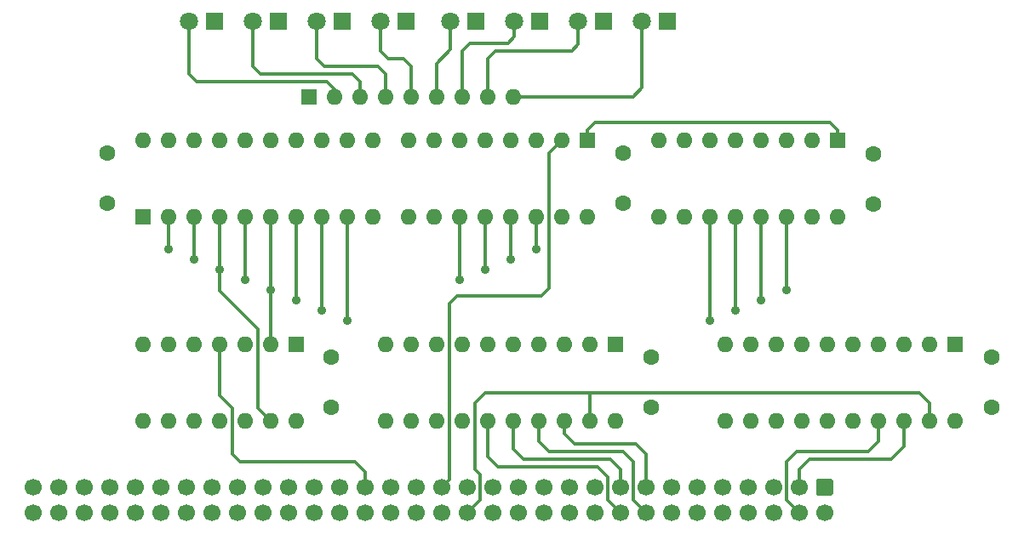
<source format=gbl>
%TF.GenerationSoftware,KiCad,Pcbnew,5.1.6-c6e7f7d~87~ubuntu18.04.1*%
%TF.CreationDate,2020-08-05T19:50:32+12:00*%
%TF.ProjectId,M1 Program Counter,4d312050-726f-4677-9261-6d20436f756e,rev?*%
%TF.SameCoordinates,Original*%
%TF.FileFunction,Copper,L4,Bot*%
%TF.FilePolarity,Positive*%
%FSLAX46Y46*%
G04 Gerber Fmt 4.6, Leading zero omitted, Abs format (unit mm)*
G04 Created by KiCad (PCBNEW 5.1.6-c6e7f7d~87~ubuntu18.04.1) date 2020-08-05 19:50:32*
%MOMM*%
%LPD*%
G01*
G04 APERTURE LIST*
%TA.AperFunction,ComponentPad*%
%ADD10R,1.600000X1.600000*%
%TD*%
%TA.AperFunction,ComponentPad*%
%ADD11O,1.600000X1.600000*%
%TD*%
%TA.AperFunction,ComponentPad*%
%ADD12C,1.800000*%
%TD*%
%TA.AperFunction,ComponentPad*%
%ADD13R,1.800000X1.800000*%
%TD*%
%TA.AperFunction,ComponentPad*%
%ADD14C,1.600000*%
%TD*%
%TA.AperFunction,ComponentPad*%
%ADD15C,1.700000*%
%TD*%
%TA.AperFunction,ViaPad*%
%ADD16C,0.889000*%
%TD*%
%TA.AperFunction,Conductor*%
%ADD17C,0.330200*%
%TD*%
G04 APERTURE END LIST*
D10*
%TO.P,RN1,1*%
%TO.N,GND*%
X140589000Y-96647000D03*
D11*
%TO.P,RN1,2*%
%TO.N,Net-(D1-Pad8)*%
X143129000Y-96647000D03*
%TO.P,RN1,3*%
%TO.N,Net-(D1-Pad6)*%
X145669000Y-96647000D03*
%TO.P,RN1,4*%
%TO.N,Net-(D1-Pad4)*%
X148209000Y-96647000D03*
%TO.P,RN1,5*%
%TO.N,Net-(D1-Pad2)*%
X150749000Y-96647000D03*
%TO.P,RN1,6*%
%TO.N,Net-(D2-Pad8)*%
X153289000Y-96647000D03*
%TO.P,RN1,7*%
%TO.N,Net-(D2-Pad6)*%
X155829000Y-96647000D03*
%TO.P,RN1,8*%
%TO.N,Net-(D2-Pad4)*%
X158369000Y-96647000D03*
%TO.P,RN1,9*%
%TO.N,Net-(D2-Pad2)*%
X160909000Y-96647000D03*
%TD*%
D12*
%TO.P,D2,8*%
%TO.N,Net-(D2-Pad8)*%
X154686000Y-89154000D03*
D13*
%TO.P,D2,7*%
%TO.N,Net-(D2-Pad7)*%
X157226000Y-89154000D03*
D12*
%TO.P,D2,2*%
%TO.N,Net-(D2-Pad2)*%
X173736000Y-89154000D03*
D13*
%TO.P,D2,1*%
%TO.N,Net-(D2-Pad1)*%
X176276000Y-89154000D03*
D12*
%TO.P,D2,6*%
%TO.N,Net-(D2-Pad6)*%
X161036000Y-89154000D03*
D13*
%TO.P,D2,5*%
%TO.N,Net-(D2-Pad5)*%
X163576000Y-89154000D03*
%TO.P,D2,3*%
%TO.N,Net-(D2-Pad3)*%
X169926000Y-89154000D03*
D12*
%TO.P,D2,4*%
%TO.N,Net-(D2-Pad4)*%
X167386000Y-89154000D03*
%TD*%
%TO.P,D1,4*%
%TO.N,Net-(D1-Pad4)*%
X141351000Y-89154000D03*
D13*
%TO.P,D1,3*%
%TO.N,Net-(D1-Pad3)*%
X143891000Y-89154000D03*
%TO.P,D1,5*%
%TO.N,Net-(D1-Pad5)*%
X137541000Y-89154000D03*
D12*
%TO.P,D1,6*%
%TO.N,Net-(D1-Pad6)*%
X135001000Y-89154000D03*
D13*
%TO.P,D1,1*%
%TO.N,Net-(D1-Pad1)*%
X150241000Y-89154000D03*
D12*
%TO.P,D1,2*%
%TO.N,Net-(D1-Pad2)*%
X147701000Y-89154000D03*
D13*
%TO.P,D1,7*%
%TO.N,Net-(D1-Pad7)*%
X131191000Y-89154000D03*
D12*
%TO.P,D1,8*%
%TO.N,Net-(D1-Pad8)*%
X128651000Y-89154000D03*
%TD*%
D14*
%TO.P,C1,2*%
%TO.N,+5V*%
X171831000Y-107235000D03*
%TO.P,C1,1*%
%TO.N,GND*%
X171831000Y-102235000D03*
%TD*%
%TO.P,C2,1*%
%TO.N,GND*%
X196723000Y-102324000D03*
%TO.P,C2,2*%
%TO.N,+5V*%
X196723000Y-107324000D03*
%TD*%
%TO.P,C5,1*%
%TO.N,GND*%
X208534000Y-122555000D03*
%TO.P,C5,2*%
%TO.N,+5V*%
X208534000Y-127555000D03*
%TD*%
%TO.P,C6,2*%
%TO.N,+5V*%
X174625000Y-127555000D03*
%TO.P,C6,1*%
%TO.N,GND*%
X174625000Y-122555000D03*
%TD*%
%TO.P,C7,2*%
%TO.N,+5V*%
X120523000Y-102215000D03*
%TO.P,C7,1*%
%TO.N,GND*%
X120523000Y-107215000D03*
%TD*%
%TO.P,J1,1*%
%TO.N,GND*%
%TA.AperFunction,ComponentPad*%
G36*
G01*
X191297000Y-134659000D02*
X192497000Y-134659000D01*
G75*
G02*
X192747000Y-134909000I0J-250000D01*
G01*
X192747000Y-136109000D01*
G75*
G02*
X192497000Y-136359000I-250000J0D01*
G01*
X191297000Y-136359000D01*
G75*
G02*
X191047000Y-136109000I0J250000D01*
G01*
X191047000Y-134909000D01*
G75*
G02*
X191297000Y-134659000I250000J0D01*
G01*
G37*
%TD.AperFunction*%
D15*
%TO.P,J1,3*%
%TO.N,/A0*%
X189357000Y-135509000D03*
%TO.P,J1,5*%
%TO.N,/A2*%
X186817000Y-135509000D03*
%TO.P,J1,7*%
%TO.N,/A4*%
X184277000Y-135509000D03*
%TO.P,J1,9*%
%TO.N,/A6*%
X181737000Y-135509000D03*
%TO.P,J1,11*%
%TO.N,GND*%
X179197000Y-135509000D03*
%TO.P,J1,13*%
X176657000Y-135509000D03*
%TO.P,J1,15*%
%TO.N,/A8*%
X174117000Y-135509000D03*
%TO.P,J1,17*%
%TO.N,/A10*%
X171577000Y-135509000D03*
%TO.P,J1,19*%
%TO.N,/A12*%
X169037000Y-135509000D03*
%TO.P,J1,21*%
%TO.N,/A14*%
X166497000Y-135509000D03*
%TO.P,J1,23*%
%TO.N,GND*%
X163957000Y-135509000D03*
%TO.P,J1,25*%
%TO.N,+5V*%
X161417000Y-135509000D03*
%TO.P,J1,27*%
%TO.N,GND*%
X158877000Y-135509000D03*
%TO.P,J1,29*%
%TO.N,Net-(J1-Pad29)*%
X156337000Y-135509000D03*
%TO.P,J1,31*%
%TO.N,/PCINC*%
X153797000Y-135509000D03*
%TO.P,J1,33*%
%TO.N,Net-(J1-Pad33)*%
X151257000Y-135509000D03*
%TO.P,J1,35*%
%TO.N,Net-(J1-Pad35)*%
X148717000Y-135509000D03*
%TO.P,J1,37*%
%TO.N,/nSYSRST*%
X146177000Y-135509000D03*
%TO.P,J1,39*%
%TO.N,GND*%
X143637000Y-135509000D03*
%TO.P,J1,41*%
X141097000Y-135509000D03*
%TO.P,J1,43*%
%TO.N,Net-(J1-Pad43)*%
X138557000Y-135509000D03*
%TO.P,J1,45*%
%TO.N,Net-(J1-Pad45)*%
X136017000Y-135509000D03*
%TO.P,J1,47*%
%TO.N,Net-(J1-Pad47)*%
X133477000Y-135509000D03*
%TO.P,J1,49*%
%TO.N,Net-(J1-Pad49)*%
X130937000Y-135509000D03*
%TO.P,J1,51*%
%TO.N,GND*%
X128397000Y-135509000D03*
%TO.P,J1,53*%
X125857000Y-135509000D03*
%TO.P,J1,55*%
%TO.N,Net-(J1-Pad55)*%
X123317000Y-135509000D03*
%TO.P,J1,57*%
%TO.N,Net-(J1-Pad57)*%
X120777000Y-135509000D03*
%TO.P,J1,59*%
%TO.N,Net-(J1-Pad59)*%
X118237000Y-135509000D03*
%TO.P,J1,61*%
%TO.N,Net-(J1-Pad61)*%
X115697000Y-135509000D03*
%TO.P,J1,63*%
%TO.N,GND*%
X113157000Y-135509000D03*
%TO.P,J1,2*%
X191897000Y-138049000D03*
%TO.P,J1,4*%
%TO.N,/A1*%
X189357000Y-138049000D03*
%TO.P,J1,6*%
%TO.N,/A3*%
X186817000Y-138049000D03*
%TO.P,J1,8*%
%TO.N,/A5*%
X184277000Y-138049000D03*
%TO.P,J1,10*%
%TO.N,/A7*%
X181737000Y-138049000D03*
%TO.P,J1,12*%
%TO.N,GND*%
X179197000Y-138049000D03*
%TO.P,J1,14*%
X176657000Y-138049000D03*
%TO.P,J1,16*%
%TO.N,/A9*%
X174117000Y-138049000D03*
%TO.P,J1,18*%
%TO.N,/A11*%
X171577000Y-138049000D03*
%TO.P,J1,20*%
%TO.N,/A13*%
X169037000Y-138049000D03*
%TO.P,J1,22*%
%TO.N,/A15*%
X166497000Y-138049000D03*
%TO.P,J1,24*%
%TO.N,GND*%
X163957000Y-138049000D03*
%TO.P,J1,26*%
%TO.N,+5V*%
X161417000Y-138049000D03*
%TO.P,J1,28*%
%TO.N,GND*%
X158877000Y-138049000D03*
%TO.P,J1,30*%
%TO.N,/nPCOE*%
X156337000Y-138049000D03*
%TO.P,J1,32*%
%TO.N,Net-(J1-Pad32)*%
X153797000Y-138049000D03*
%TO.P,J1,34*%
%TO.N,Net-(J1-Pad34)*%
X151257000Y-138049000D03*
%TO.P,J1,36*%
%TO.N,Net-(J1-Pad36)*%
X148717000Y-138049000D03*
%TO.P,J1,38*%
%TO.N,Net-(J1-Pad38)*%
X146177000Y-138049000D03*
%TO.P,J1,40*%
%TO.N,Net-(J1-Pad40)*%
X143637000Y-138049000D03*
%TO.P,J1,42*%
%TO.N,GND*%
X141097000Y-138049000D03*
%TO.P,J1,44*%
%TO.N,Net-(J1-Pad44)*%
X138557000Y-138049000D03*
%TO.P,J1,46*%
%TO.N,Net-(J1-Pad46)*%
X136017000Y-138049000D03*
%TO.P,J1,48*%
%TO.N,Net-(J1-Pad48)*%
X133477000Y-138049000D03*
%TO.P,J1,50*%
%TO.N,Net-(J1-Pad50)*%
X130937000Y-138049000D03*
%TO.P,J1,52*%
%TO.N,GND*%
X128397000Y-138049000D03*
%TO.P,J1,54*%
X125857000Y-138049000D03*
%TO.P,J1,56*%
%TO.N,Net-(J1-Pad56)*%
X123317000Y-138049000D03*
%TO.P,J1,58*%
%TO.N,Net-(J1-Pad58)*%
X120777000Y-138049000D03*
%TO.P,J1,60*%
%TO.N,Net-(J1-Pad60)*%
X118237000Y-138049000D03*
%TO.P,J1,62*%
%TO.N,Net-(J1-Pad62)*%
X115697000Y-138049000D03*
%TO.P,J1,64*%
%TO.N,GND*%
X113157000Y-138049000D03*
%TD*%
D10*
%TO.P,U1,1*%
%TO.N,/nMR*%
X168275000Y-100965000D03*
D11*
%TO.P,U1,9*%
%TO.N,+5V*%
X150495000Y-108585000D03*
%TO.P,U1,2*%
%TO.N,/PCINC*%
X165735000Y-100965000D03*
%TO.P,U1,10*%
%TO.N,+5V*%
X153035000Y-108585000D03*
%TO.P,U1,3*%
X163195000Y-100965000D03*
%TO.P,U1,11*%
%TO.N,/PC3*%
X155575000Y-108585000D03*
%TO.P,U1,4*%
%TO.N,+5V*%
X160655000Y-100965000D03*
%TO.P,U1,12*%
%TO.N,/PC2*%
X158115000Y-108585000D03*
%TO.P,U1,5*%
%TO.N,+5V*%
X158115000Y-100965000D03*
%TO.P,U1,13*%
%TO.N,/PC1*%
X160655000Y-108585000D03*
%TO.P,U1,6*%
%TO.N,+5V*%
X155575000Y-100965000D03*
%TO.P,U1,14*%
%TO.N,/PC0*%
X163195000Y-108585000D03*
%TO.P,U1,7*%
%TO.N,+5V*%
X153035000Y-100965000D03*
%TO.P,U1,15*%
%TO.N,/TC0*%
X165735000Y-108585000D03*
%TO.P,U1,8*%
%TO.N,GND*%
X150495000Y-100965000D03*
%TO.P,U1,16*%
%TO.N,+5V*%
X168275000Y-108585000D03*
%TD*%
%TO.P,U2,16*%
%TO.N,+5V*%
X193167000Y-108585000D03*
%TO.P,U2,8*%
%TO.N,GND*%
X175387000Y-100965000D03*
%TO.P,U2,15*%
%TO.N,Net-(U2-Pad15)*%
X190627000Y-108585000D03*
%TO.P,U2,7*%
%TO.N,+5V*%
X177927000Y-100965000D03*
%TO.P,U2,14*%
%TO.N,/PC4*%
X188087000Y-108585000D03*
%TO.P,U2,6*%
%TO.N,+5V*%
X180467000Y-100965000D03*
%TO.P,U2,13*%
%TO.N,/PC5*%
X185547000Y-108585000D03*
%TO.P,U2,5*%
%TO.N,+5V*%
X183007000Y-100965000D03*
%TO.P,U2,12*%
%TO.N,/PC6*%
X183007000Y-108585000D03*
%TO.P,U2,4*%
%TO.N,+5V*%
X185547000Y-100965000D03*
%TO.P,U2,11*%
%TO.N,/PC7*%
X180467000Y-108585000D03*
%TO.P,U2,3*%
%TO.N,+5V*%
X188087000Y-100965000D03*
%TO.P,U2,10*%
%TO.N,/TC0*%
X177927000Y-108585000D03*
%TO.P,U2,2*%
%TO.N,/PCINC*%
X190627000Y-100965000D03*
%TO.P,U2,9*%
%TO.N,+5V*%
X175387000Y-108585000D03*
D10*
%TO.P,U2,1*%
%TO.N,/nMR*%
X193167000Y-100965000D03*
%TD*%
D11*
%TO.P,U5,20*%
%TO.N,+5V*%
X204851000Y-128905000D03*
%TO.P,U5,10*%
%TO.N,GND*%
X181991000Y-121285000D03*
%TO.P,U5,19*%
%TO.N,/nPCOE*%
X202311000Y-128905000D03*
%TO.P,U5,9*%
%TO.N,/PC7*%
X184531000Y-121285000D03*
%TO.P,U5,18*%
%TO.N,/A0*%
X199771000Y-128905000D03*
%TO.P,U5,8*%
%TO.N,/PC6*%
X187071000Y-121285000D03*
%TO.P,U5,17*%
%TO.N,/A1*%
X197231000Y-128905000D03*
%TO.P,U5,7*%
%TO.N,/PC5*%
X189611000Y-121285000D03*
%TO.P,U5,16*%
%TO.N,/A2*%
X194691000Y-128905000D03*
%TO.P,U5,6*%
%TO.N,/PC4*%
X192151000Y-121285000D03*
%TO.P,U5,15*%
%TO.N,/A3*%
X192151000Y-128905000D03*
%TO.P,U5,5*%
%TO.N,/PC3*%
X194691000Y-121285000D03*
%TO.P,U5,14*%
%TO.N,/A4*%
X189611000Y-128905000D03*
%TO.P,U5,4*%
%TO.N,/PC2*%
X197231000Y-121285000D03*
%TO.P,U5,13*%
%TO.N,/A5*%
X187071000Y-128905000D03*
%TO.P,U5,3*%
%TO.N,/PC1*%
X199771000Y-121285000D03*
%TO.P,U5,12*%
%TO.N,/A6*%
X184531000Y-128905000D03*
%TO.P,U5,2*%
%TO.N,/PC0*%
X202311000Y-121285000D03*
%TO.P,U5,11*%
%TO.N,/A7*%
X181991000Y-128905000D03*
D10*
%TO.P,U5,1*%
%TO.N,+5V*%
X204851000Y-121285000D03*
%TD*%
%TO.P,U6,1*%
%TO.N,+5V*%
X171069000Y-121285000D03*
D11*
%TO.P,U6,11*%
%TO.N,/A15*%
X148209000Y-128905000D03*
%TO.P,U6,2*%
%TO.N,GND*%
X168529000Y-121285000D03*
%TO.P,U6,12*%
%TO.N,/A14*%
X150749000Y-128905000D03*
%TO.P,U6,3*%
%TO.N,GND*%
X165989000Y-121285000D03*
%TO.P,U6,13*%
%TO.N,/A13*%
X153289000Y-128905000D03*
%TO.P,U6,4*%
%TO.N,GND*%
X163449000Y-121285000D03*
%TO.P,U6,14*%
%TO.N,/A12*%
X155829000Y-128905000D03*
%TO.P,U6,5*%
%TO.N,GND*%
X160909000Y-121285000D03*
%TO.P,U6,15*%
%TO.N,/A11*%
X158369000Y-128905000D03*
%TO.P,U6,6*%
%TO.N,GND*%
X158369000Y-121285000D03*
%TO.P,U6,16*%
%TO.N,/A10*%
X160909000Y-128905000D03*
%TO.P,U6,7*%
%TO.N,GND*%
X155829000Y-121285000D03*
%TO.P,U6,17*%
%TO.N,/A9*%
X163449000Y-128905000D03*
%TO.P,U6,8*%
%TO.N,GND*%
X153289000Y-121285000D03*
%TO.P,U6,18*%
%TO.N,/A8*%
X165989000Y-128905000D03*
%TO.P,U6,9*%
%TO.N,GND*%
X150749000Y-121285000D03*
%TO.P,U6,19*%
%TO.N,/nPCOE*%
X168529000Y-128905000D03*
%TO.P,U6,10*%
%TO.N,GND*%
X148209000Y-121285000D03*
%TO.P,U6,20*%
%TO.N,+5V*%
X171069000Y-128905000D03*
%TD*%
D10*
%TO.P,U7,1*%
%TO.N,+5V*%
X124079000Y-108585000D03*
D11*
%TO.P,U7,11*%
%TO.N,Net-(D2-Pad1)*%
X146939000Y-100965000D03*
%TO.P,U7,2*%
%TO.N,/PC0*%
X126619000Y-108585000D03*
%TO.P,U7,12*%
%TO.N,Net-(D2-Pad3)*%
X144399000Y-100965000D03*
%TO.P,U7,3*%
%TO.N,/PC1*%
X129159000Y-108585000D03*
%TO.P,U7,13*%
%TO.N,Net-(D2-Pad5)*%
X141859000Y-100965000D03*
%TO.P,U7,4*%
%TO.N,/PC2*%
X131699000Y-108585000D03*
%TO.P,U7,14*%
%TO.N,Net-(D2-Pad7)*%
X139319000Y-100965000D03*
%TO.P,U7,5*%
%TO.N,/PC3*%
X134239000Y-108585000D03*
%TO.P,U7,15*%
%TO.N,Net-(D1-Pad1)*%
X136779000Y-100965000D03*
%TO.P,U7,6*%
%TO.N,/PC4*%
X136779000Y-108585000D03*
%TO.P,U7,16*%
%TO.N,Net-(D1-Pad3)*%
X134239000Y-100965000D03*
%TO.P,U7,7*%
%TO.N,/PC5*%
X139319000Y-108585000D03*
%TO.P,U7,17*%
%TO.N,Net-(D1-Pad5)*%
X131699000Y-100965000D03*
%TO.P,U7,8*%
%TO.N,/PC6*%
X141859000Y-108585000D03*
%TO.P,U7,18*%
%TO.N,Net-(D1-Pad7)*%
X129159000Y-100965000D03*
%TO.P,U7,9*%
%TO.N,/PC7*%
X144399000Y-108585000D03*
%TO.P,U7,19*%
%TO.N,GND*%
X126619000Y-100965000D03*
%TO.P,U7,10*%
X146939000Y-108585000D03*
%TO.P,U7,20*%
%TO.N,+5V*%
X124079000Y-100965000D03*
%TD*%
D14*
%TO.P,C3,1*%
%TO.N,GND*%
X142812000Y-122555000D03*
%TO.P,C3,2*%
%TO.N,+5V*%
X142812000Y-127555000D03*
%TD*%
D10*
%TO.P,U3,1*%
%TO.N,/PC7*%
X139319000Y-121285000D03*
D11*
%TO.P,U3,8*%
%TO.N,/nMR*%
X124079000Y-128905000D03*
%TO.P,U3,2*%
%TO.N,/PC4*%
X136779000Y-121285000D03*
%TO.P,U3,9*%
%TO.N,Net-(U3-Pad10)*%
X126619000Y-128905000D03*
%TO.P,U3,3*%
%TO.N,+5V*%
X134239000Y-121285000D03*
%TO.P,U3,10*%
%TO.N,Net-(U3-Pad10)*%
X129159000Y-128905000D03*
%TO.P,U3,4*%
%TO.N,/nSYSRST*%
X131699000Y-121285000D03*
%TO.P,U3,11*%
%TO.N,Net-(U3-Pad10)*%
X131699000Y-128905000D03*
%TO.P,U3,5*%
%TO.N,Net-(U3-Pad12)*%
X129159000Y-121285000D03*
%TO.P,U3,12*%
X134239000Y-128905000D03*
%TO.P,U3,6*%
%TO.N,Net-(U3-Pad10)*%
X126619000Y-121285000D03*
%TO.P,U3,13*%
%TO.N,/PC2*%
X136779000Y-128905000D03*
%TO.P,U3,7*%
%TO.N,GND*%
X124079000Y-121285000D03*
%TO.P,U3,14*%
%TO.N,+5V*%
X139319000Y-128905000D03*
%TD*%
D16*
%TO.N,/PC3*%
X134239000Y-114835000D03*
X155575000Y-114835000D03*
%TO.N,/PC2*%
X131699000Y-113819000D03*
X158115000Y-113819000D03*
%TO.N,/PC1*%
X129159000Y-112803000D03*
X160655000Y-112803000D03*
%TO.N,/PC0*%
X126619000Y-111787000D03*
X163195000Y-111787000D03*
%TO.N,/PC4*%
X136779000Y-115851000D03*
X188087000Y-115851000D03*
%TO.N,/PC5*%
X139319000Y-116867000D03*
X185547000Y-116867000D03*
%TO.N,/PC6*%
X141859000Y-117883000D03*
X183007000Y-117883000D03*
%TO.N,/PC7*%
X144399000Y-118899000D03*
X180467000Y-118899000D03*
%TD*%
D17*
%TO.N,Net-(D1-Pad2)*%
X147701000Y-89689000D02*
X147701000Y-92075000D01*
X147701000Y-92075000D02*
X148463000Y-92837000D01*
X149987000Y-92837000D02*
X150749000Y-93599000D01*
X148463000Y-92837000D02*
X149987000Y-92837000D01*
X150749000Y-93599000D02*
X150749000Y-96647000D01*
%TO.N,Net-(D2-Pad2)*%
X173736000Y-89689000D02*
X173736000Y-95758000D01*
X172847000Y-96647000D02*
X162941000Y-96647000D01*
X173736000Y-95758000D02*
X172847000Y-96647000D01*
X162941000Y-96647000D02*
X160909000Y-96647000D01*
%TO.N,/A1*%
X188087000Y-136779000D02*
X189357000Y-138049000D01*
X188087000Y-132969000D02*
X188087000Y-136779000D01*
X189103000Y-131953000D02*
X188087000Y-132969000D01*
X196215000Y-131953000D02*
X189103000Y-131953000D01*
X197231000Y-130937000D02*
X196215000Y-131953000D01*
X197231000Y-128905000D02*
X197231000Y-130937000D01*
%TO.N,/A9*%
X163449000Y-128905000D02*
X163449000Y-130937000D01*
X163449000Y-130937000D02*
X164465000Y-131953000D01*
X171831000Y-131953000D02*
X172847000Y-132969000D01*
X164465000Y-131953000D02*
X171831000Y-131953000D01*
X172847000Y-132969000D02*
X172847000Y-136779000D01*
X172847000Y-136779000D02*
X174117000Y-138049000D01*
%TO.N,/A11*%
X158369000Y-128905000D02*
X158369000Y-132461000D01*
X158369000Y-132461000D02*
X159385000Y-133477000D01*
X169291000Y-133477000D02*
X170307000Y-134493000D01*
X159385000Y-133477000D02*
X169291000Y-133477000D01*
X170307000Y-134493000D02*
X170307000Y-136779000D01*
X170307000Y-136779000D02*
X171577000Y-138049000D01*
%TO.N,/nPCOE*%
X202311000Y-127127000D02*
X202311000Y-128905000D01*
X201295000Y-126111000D02*
X202311000Y-127127000D01*
X168529000Y-128905000D02*
X168529000Y-126111000D01*
X168529000Y-126111000D02*
X201295000Y-126111000D01*
X157099000Y-133731000D02*
X157607000Y-134239000D01*
X157607000Y-136779000D02*
X156337000Y-138049000D01*
X157099000Y-127127000D02*
X157099000Y-133731000D01*
X157607000Y-134239000D02*
X157607000Y-136779000D01*
X158115000Y-126111000D02*
X157099000Y-127127000D01*
X168529000Y-126111000D02*
X158115000Y-126111000D01*
%TO.N,/A8*%
X165989000Y-128905000D02*
X165989000Y-130175000D01*
X165989000Y-130175000D02*
X167005000Y-131191000D01*
X173101000Y-131191000D02*
X174117000Y-132207000D01*
X167005000Y-131191000D02*
X173101000Y-131191000D01*
X174117000Y-132207000D02*
X174117000Y-135509000D01*
%TO.N,/A10*%
X160909000Y-128905000D02*
X160909000Y-131699000D01*
X160909000Y-131699000D02*
X161925000Y-132715000D01*
X170307000Y-132715000D02*
X170561000Y-132715000D01*
X161925000Y-132715000D02*
X170307000Y-132715000D01*
X171577000Y-133731000D02*
X171577000Y-135509000D01*
X170561000Y-132715000D02*
X171577000Y-133731000D01*
%TO.N,/PCINC*%
X154559000Y-134747000D02*
X153797000Y-135509000D01*
X154559000Y-117221000D02*
X154559000Y-134747000D01*
X155321000Y-116459000D02*
X154559000Y-117221000D01*
X163703000Y-116459000D02*
X155321000Y-116459000D01*
X164465000Y-115697000D02*
X163703000Y-116459000D01*
X164465000Y-102235000D02*
X164465000Y-115697000D01*
X165735000Y-100965000D02*
X164465000Y-102235000D01*
%TO.N,/nSYSRST*%
X146177000Y-133985000D02*
X146177000Y-135509000D01*
X145161000Y-132969000D02*
X146177000Y-133985000D01*
X132969000Y-132207000D02*
X133731000Y-132969000D01*
X133731000Y-132969000D02*
X145161000Y-132969000D01*
X132969000Y-127635000D02*
X132969000Y-132207000D01*
X131699000Y-126365000D02*
X132969000Y-127635000D01*
X131699000Y-121285000D02*
X131699000Y-126365000D01*
%TO.N,/PC3*%
X134239000Y-108485000D02*
X134239000Y-114835000D01*
X155575000Y-108585000D02*
X155575000Y-114835000D01*
%TO.N,/PC2*%
X131699000Y-108485000D02*
X131699000Y-113819000D01*
X158115000Y-108585000D02*
X158115000Y-113819000D01*
X131699000Y-113819000D02*
X131699000Y-115951000D01*
X131699000Y-115951000D02*
X135509000Y-119761000D01*
X135509000Y-127635000D02*
X136779000Y-128905000D01*
X135509000Y-119761000D02*
X135509000Y-127635000D01*
%TO.N,/PC1*%
X129159000Y-108485000D02*
X129159000Y-112803000D01*
X160655000Y-108585000D02*
X160655000Y-112803000D01*
%TO.N,/PC0*%
X126619000Y-108485000D02*
X126619000Y-111787000D01*
X163195000Y-108585000D02*
X163195000Y-111787000D01*
%TO.N,/PC4*%
X136779000Y-108485000D02*
X136779000Y-115851000D01*
X188087000Y-108585000D02*
X188087000Y-115851000D01*
X136779000Y-121265000D02*
X136716000Y-121328000D01*
X136779000Y-115851000D02*
X136779000Y-121265000D01*
%TO.N,/PC5*%
X139319000Y-108485000D02*
X139319000Y-116867000D01*
X185547000Y-108585000D02*
X185547000Y-116867000D01*
%TO.N,/PC6*%
X141859000Y-108485000D02*
X141859000Y-117883000D01*
X183007000Y-108585000D02*
X183007000Y-117883000D01*
%TO.N,/PC7*%
X144399000Y-108485000D02*
X144399000Y-118899000D01*
X180467000Y-108585000D02*
X180467000Y-118899000D01*
%TO.N,/A0*%
X189357000Y-133731000D02*
X189357000Y-135509000D01*
X190373000Y-132715000D02*
X189357000Y-133731000D01*
X198501000Y-132715000D02*
X190373000Y-132715000D01*
X199771000Y-131445000D02*
X198501000Y-132715000D01*
X199771000Y-128905000D02*
X199771000Y-131445000D01*
%TO.N,Net-(D1-Pad4)*%
X141351000Y-89689000D02*
X141351000Y-92837000D01*
X141351000Y-92837000D02*
X142113000Y-93599000D01*
X147447000Y-93599000D02*
X148209000Y-94361000D01*
X142113000Y-93599000D02*
X147447000Y-93599000D01*
X148209000Y-94361000D02*
X148209000Y-96647000D01*
%TO.N,Net-(D1-Pad6)*%
X135001000Y-89689000D02*
X135001000Y-93599000D01*
X135001000Y-93599000D02*
X135763000Y-94361000D01*
X144907000Y-94361000D02*
X145669000Y-95123000D01*
X135763000Y-94361000D02*
X144907000Y-94361000D01*
X145669000Y-95123000D02*
X145669000Y-96647000D01*
%TO.N,Net-(D1-Pad8)*%
X128651000Y-89689000D02*
X128651000Y-94361000D01*
X128651000Y-94361000D02*
X129413000Y-95123000D01*
X142367000Y-95123000D02*
X143129000Y-95885000D01*
X129413000Y-95123000D02*
X142367000Y-95123000D01*
X143129000Y-95885000D02*
X143129000Y-96647000D01*
%TO.N,Net-(D2-Pad8)*%
X154686000Y-91948000D02*
X153289000Y-93345000D01*
X154686000Y-89689000D02*
X154686000Y-91948000D01*
X153289000Y-93345000D02*
X153289000Y-96647000D01*
%TO.N,Net-(D2-Pad6)*%
X161036000Y-89154000D02*
X161036000Y-90678000D01*
X161036000Y-90678000D02*
X160401000Y-91313000D01*
X160401000Y-91313000D02*
X156591000Y-91313000D01*
X155829000Y-92075000D02*
X155829000Y-96647000D01*
X156591000Y-91313000D02*
X155829000Y-92075000D01*
%TO.N,Net-(D2-Pad4)*%
X158369000Y-92837000D02*
X158369000Y-96647000D01*
X166751000Y-92075000D02*
X159131000Y-92075000D01*
X167386000Y-89689000D02*
X167386000Y-91440000D01*
X159131000Y-92075000D02*
X158369000Y-92837000D01*
X167386000Y-91440000D02*
X166751000Y-92075000D01*
%TO.N,/nMR*%
X168275000Y-100965000D02*
X168275000Y-99949000D01*
X168275000Y-99949000D02*
X169037000Y-99187000D01*
X169037000Y-99187000D02*
X192405000Y-99187000D01*
X193167000Y-99949000D02*
X193167000Y-100965000D01*
X192405000Y-99187000D02*
X193167000Y-99949000D01*
%TD*%
M02*

</source>
